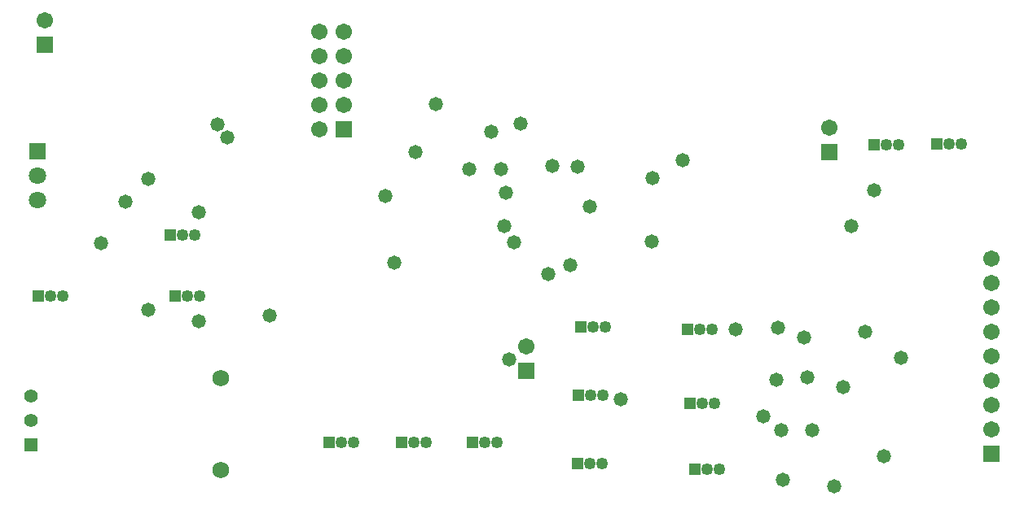
<source format=gbs>
G04*
G04 #@! TF.GenerationSoftware,Altium Limited,Altium Designer,21.1.1 (26)*
G04*
G04 Layer_Color=16711935*
%FSLAX25Y25*%
%MOIN*%
G70*
G04*
G04 #@! TF.SameCoordinates,B1EDFFF0-04F4-4B73-9F12-1C7DDB0DF417*
G04*
G04*
G04 #@! TF.FilePolarity,Negative*
G04*
G01*
G75*
%ADD26C,0.04934*%
%ADD27R,0.04934X0.04934*%
%ADD28R,0.06706X0.06706*%
%ADD29C,0.06706*%
%ADD30C,0.06902*%
%ADD31C,0.07099*%
%ADD32R,0.07099X0.07099*%
%ADD33R,0.05524X0.05524*%
%ADD34C,0.05524*%
%ADD35C,0.05800*%
D26*
X399500Y140500D02*
D03*
X394500D02*
D03*
X348500Y116000D02*
D03*
X353500D02*
D03*
X495500Y247000D02*
D03*
X500500D02*
D03*
X470000Y246500D02*
D03*
X475000D02*
D03*
X350000Y172000D02*
D03*
X355000D02*
D03*
X393500Y171000D02*
D03*
X398500D02*
D03*
X396500Y113500D02*
D03*
X401500D02*
D03*
X305500Y124500D02*
D03*
X310500D02*
D03*
X276500D02*
D03*
X281500D02*
D03*
X247000D02*
D03*
X252000D02*
D03*
X349000Y144000D02*
D03*
X354000D02*
D03*
X182000Y209500D02*
D03*
X187000D02*
D03*
X184000Y184500D02*
D03*
X189000D02*
D03*
X128000D02*
D03*
X133000D02*
D03*
D27*
X389500Y140500D02*
D03*
X343500Y116000D02*
D03*
X490500Y247000D02*
D03*
X465000Y246500D02*
D03*
X345000Y172000D02*
D03*
X388500Y171000D02*
D03*
X391500Y113500D02*
D03*
X300500Y124500D02*
D03*
X271500D02*
D03*
X242000D02*
D03*
X344000Y144000D02*
D03*
X177000Y209500D02*
D03*
X179000Y184500D02*
D03*
X123000D02*
D03*
D28*
X446500Y243500D02*
D03*
X513000Y120000D02*
D03*
X247815Y253000D02*
D03*
X322500Y154000D02*
D03*
X125500Y287500D02*
D03*
D29*
X446500Y253500D02*
D03*
X513000Y140000D02*
D03*
Y150000D02*
D03*
Y160000D02*
D03*
Y170000D02*
D03*
Y180000D02*
D03*
Y190000D02*
D03*
Y200000D02*
D03*
Y130000D02*
D03*
X237815Y293000D02*
D03*
X247815D02*
D03*
X237815Y283000D02*
D03*
X247815D02*
D03*
X237815Y273000D02*
D03*
X247815D02*
D03*
X237815Y263000D02*
D03*
X247815D02*
D03*
X237815Y253000D02*
D03*
X322500Y164000D02*
D03*
X125500Y297500D02*
D03*
D30*
X197500Y113220D02*
D03*
Y150780D02*
D03*
D31*
X122500Y224000D02*
D03*
Y234000D02*
D03*
D32*
Y244000D02*
D03*
D33*
X120000Y123500D02*
D03*
D34*
Y133500D02*
D03*
Y143500D02*
D03*
D35*
X475800Y159300D02*
D03*
X188500Y219000D02*
D03*
X167900Y179000D02*
D03*
X436315Y167500D02*
D03*
X439600Y129700D02*
D03*
X425000Y150100D02*
D03*
X315500Y158500D02*
D03*
X168000Y232500D02*
D03*
X158650Y223150D02*
D03*
X188630Y174070D02*
D03*
X200300Y249400D02*
D03*
X374400Y232800D02*
D03*
X374000Y206900D02*
D03*
X277100Y243485D02*
D03*
X361400Y142200D02*
D03*
X340500Y197200D02*
D03*
X196300Y254900D02*
D03*
X469000Y118800D02*
D03*
X437600Y151200D02*
D03*
X320400Y255100D02*
D03*
X312300Y236400D02*
D03*
X343600Y237700D02*
D03*
X452400Y147200D02*
D03*
X455600Y213300D02*
D03*
X461130Y170000D02*
D03*
X408400Y171000D02*
D03*
X348500Y221100D02*
D03*
X386700Y240300D02*
D03*
X313700Y213300D02*
D03*
X331500Y193500D02*
D03*
X308100Y252000D02*
D03*
X333400Y238000D02*
D03*
X317700Y206500D02*
D03*
X448500Y106700D02*
D03*
X419700Y135100D02*
D03*
X314400Y227000D02*
D03*
X264900Y225700D02*
D03*
X285500Y263100D02*
D03*
X268500Y198300D02*
D03*
X299100Y236500D02*
D03*
X148500Y206300D02*
D03*
X217570Y176400D02*
D03*
X465000Y227900D02*
D03*
X425700Y171700D02*
D03*
X427000Y129700D02*
D03*
X427500Y109200D02*
D03*
M02*

</source>
